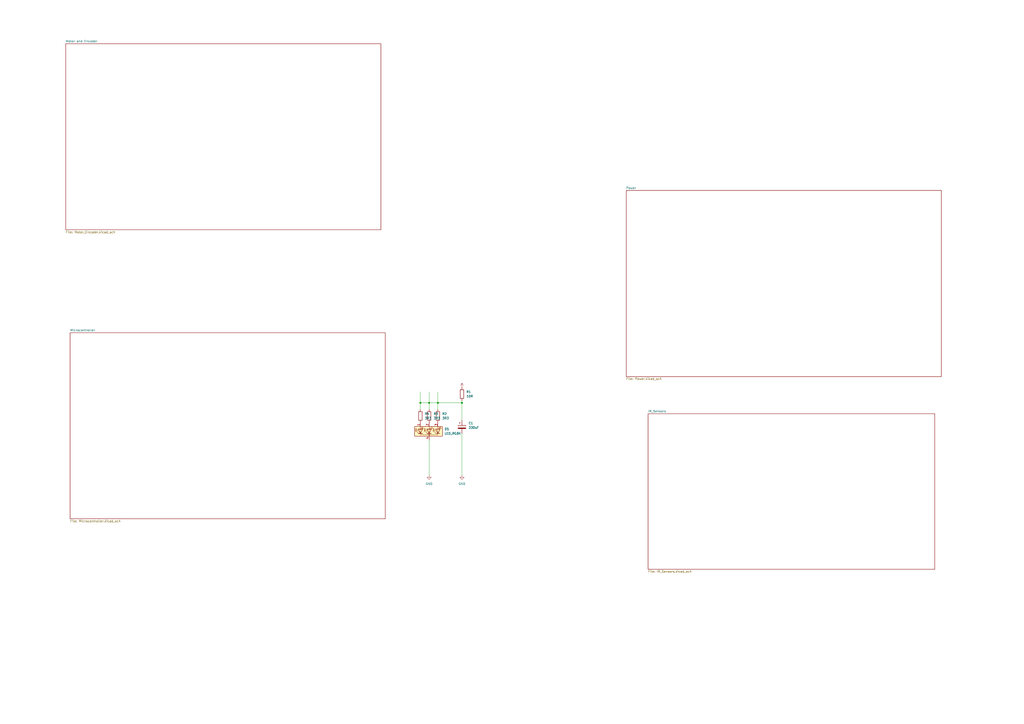
<source format=kicad_sch>
(kicad_sch (version 20250114) (generator "eeschema") (generator_version "9.0")
  (paper "A2")
  (lib_symbols
    (symbol "Device:C_Polarized" (pin_numbers (hide yes)) (pin_names (offset 0.254))
      (property "Reference" "C" (at 0.635 2.54 0))
      (property "Value" "C_Polarized" (at 0.635 -2.54 0))
      (symbol "C_Polarized_0_1"
        (rectangle (start -2.286 0.508) (end 2.286 1.016))
        (polyline (pts (xy -1.778 2.286) (xy -0.762 2.286)))
        (polyline (pts (xy -1.27 2.794) (xy -1.27 1.778)))
        (rectangle (start 2.286 -0.508) (end -2.286 -1.016) (fill (type outline)))
      )
      (symbol "C_Polarized_1_1"
        (pin passive line (at 0 3.81 270) (length 2.794) (name "~") (number "1"))
        (pin passive line (at 0 -3.81 90) (length 2.794) (name "~") (number "2"))
      )
    )
    (symbol "Device:LED_RGBK" (pin_names (offset 0) (hide yes))
      (property "Reference" "D" (at 0 9.398 0))
      (property "Value" "LED_RGBK" (at 0 -8.89 0))
      (symbol "LED_RGBK_0_0"
        (text "R" (at 1.905 3.81 0) (effects (font (size 1.27 1.27))))
        (text "G" (at 1.905 -1.27 0) (effects (font (size 1.27 1.27))))
        (text "B" (at 1.905 -6.35 0) (effects (font (size 1.27 1.27))))
      )
      (symbol "LED_RGBK_0_1"
        (circle (center -2.032 0) (radius 0.254) (fill (type outline)))
        (polyline (pts (xy -1.27 6.35) (xy -1.27 3.81)) (stroke (width 0.254)))
        (polyline (pts (xy -1.27 6.35) (xy -1.27 3.81) (xy -1.27 3.81)))
        (polyline (pts (xy -1.27 5.08) (xy 1.27 5.08)))
        (polyline (pts (xy -1.27 5.08) (xy -2.032 5.08) (xy -2.032 -5.08) (xy -1.016 -5.08)))
        (polyline (pts (xy -1.27 1.27) (xy -1.27 -1.27)) (stroke (width 0.254)))
        (polyline (pts (xy -1.27 1.27) (xy -1.27 -1.27) (xy -1.27 -1.27)))
        (polyline (pts (xy -1.27 0) (xy -2.54 0)))
        (polyline (pts (xy -1.27 -3.81) (xy -1.27 -6.35)) (stroke (width 0.254)))
        (polyline (pts (xy -1.27 -5.08) (xy 1.27 -5.08)))
        (polyline (pts (xy -1.016 6.35) (xy 0.508 7.874) (xy -0.254 7.874) (xy 0.508 7.874) (xy 0.508 7.112)))
        (polyline (pts (xy -1.016 1.27) (xy 0.508 2.794) (xy -0.254 2.794) (xy 0.508 2.794) (xy 0.508 2.032)))
        (polyline (pts (xy -1.016 -3.81) (xy 0.508 -2.286) (xy -0.254 -2.286) (xy 0.508 -2.286) (xy 0.508 -3.048)))
        (polyline (pts (xy 0 6.35) (xy 1.524 7.874) (xy 0.762 7.874) (xy 1.524 7.874) (xy 1.524 7.112)))
        (polyline (pts (xy 0 1.27) (xy 1.524 2.794) (xy 0.762 2.794) (xy 1.524 2.794) (xy 1.524 2.032)))
        (polyline (pts (xy 0 -3.81) (xy 1.524 -2.286) (xy 0.762 -2.286) (xy 1.524 -2.286) (xy 1.524 -3.048)))
        (polyline (pts (xy 1.27 6.35) (xy 1.27 3.81) (xy -1.27 5.08) (xy 1.27 6.35)) (stroke (width 0.254)))
        (rectangle (start 1.27 6.35) (end 1.27 6.35))
        (polyline (pts (xy 1.27 5.08) (xy 2.54 5.08)))
        (rectangle (start 1.27 3.81) (end 1.27 6.35))
        (polyline (pts (xy 1.27 1.27) (xy 1.27 -1.27) (xy -1.27 0) (xy 1.27 1.27)) (stroke (width 0.254)))
        (rectangle (start 1.27 1.27) (end 1.27 1.27))
        (polyline (pts (xy 1.27 0) (xy -1.27 0)))
        (polyline (pts (xy 1.27 0) (xy 2.54 0)))
        (rectangle (start 1.27 -1.27) (end 1.27 1.27))
        (polyline (pts (xy 1.27 -3.81) (xy 1.27 -6.35) (xy -1.27 -5.08) (xy 1.27 -3.81)) (stroke (width 0.254)))
        (polyline (pts (xy 1.27 -5.08) (xy 2.54 -5.08)))
        (rectangle (start 2.794 8.382) (end -2.794 -7.62) (stroke (width 0.254)) (fill (type background)))
      )
      (symbol "LED_RGBK_1_1"
        (pin passive line (at -5.08 0 0) (length 2.54) (name "K") (number "4"))
        (pin passive line (at 5.08 5.08 180) (length 2.54) (name "RA") (number "1"))
        (pin passive line (at 5.08 0 180) (length 2.54) (name "GA") (number "2"))
        (pin passive line (at 5.08 -5.08 180) (length 2.54) (name "BA") (number "3"))
      )
    )
    (symbol "Device:R" (pin_numbers (hide yes)) (pin_names (offset 0))
      (property "Reference" "R" (at 2.032 0 90))
      (property "Value" "R" (at 0 0 90))
      (symbol "R_0_1"
        (rectangle (start -1.016 -2.54) (end 1.016 2.54) (stroke (width 0.254)))
      )
      (symbol "R_1_1"
        (pin passive line (at 0 3.81 270) (length 1.27) (name "~") (number "1"))
        (pin passive line (at 0 -3.81 90) (length 1.27) (name "~") (number "2"))
      )
    )
    (symbol "power:+3V3" (power) (pin_numbers (hide yes)) (pin_names (offset 0) (hide yes))
      (property "Value" "+3V3" (at 0 3.556 0))
      (symbol "+3V3_0_1"
        (polyline (pts (xy -0.762 1.27) (xy 0 2.54)))
        (polyline (pts (xy 0 2.54) (xy 0.762 1.27)))
        (polyline (pts (xy 0 0) (xy 0 2.54)))
      )
      (symbol "+3V3_1_1"
        (pin power_in line (at 0 0 90) (length 0) (name "~") (number "1"))
      )
    )
    (symbol "power:GND" (power) (pin_numbers (hide yes)) (pin_names (offset 0) (hide yes))
      (property "Value" "GND" (at 0 -3.81 0))
      (symbol "GND_0_1"
        (polyline (pts (xy 0 0) (xy 0 -1.27) (xy 1.27 -1.27) (xy 0 -2.54) (xy -1.27 -1.27) (xy 0 -1.27)))
      )
      (symbol "GND_1_1"
        (pin power_in line (at 0 0 270) (length 0) (name "~") (number "1"))
      )
    )
  )
  (junction (at 243.84 233.68))
  (junction (at 248.92 233.68))
  (junction (at 267.97 233.68))
  (junction (at 254 233.68))
  (wire (pts (xy 248.92 227.33) (xy 248.92 233.68)))
  (wire (pts (xy 248.92 255.27) (xy 248.92 275.59)))
  (wire (pts (xy 267.97 243.84) (xy 267.97 233.68)))
  (wire (pts (xy 243.84 227.33) (xy 243.84 233.68)))
  (wire (pts (xy 248.92 233.68) (xy 254 233.68)))
  (wire (pts (xy 254 227.33) (xy 254 233.68)))
  (wire (pts (xy 243.84 233.68) (xy 248.92 233.68)))
  (wire (pts (xy 254 233.68) (xy 267.97 233.68)))
  (wire (pts (xy 243.84 237.49) (xy 243.84 233.68)))
  (wire (pts (xy 267.97 233.68) (xy 267.97 232.41)))
  (wire (pts (xy 254 237.49) (xy 254 233.68)))
  (wire (pts (xy 248.92 237.49) (xy 248.92 233.68)))
  (wire (pts (xy 267.97 275.59) (xy 267.97 251.46)))
  (symbol (lib_id "Device:R") (at 248.92 241.3 0) (unit 1)
    (property "Reference" "R3" (at 251.46 240.0299 0) (effects (justify left)))
    (property "Value" "3R3" (at 251.46 242.5699 0) (effects (justify left)))
    (property "Description" "Resistor" (effects (hide yes)))
  )
  (symbol (lib_id "power:GND") (at 248.92 275.59 0) (unit 1)
    (property "Reference" "#PWR03" (effects (hide yes)))
    (property "Value" "GND" (at 248.92 280.67 0))
    (property "Description" "Power symbol creates a global label with name \"GND\" , ground" (effects (hide yes)))
  )
  (symbol (lib_id "Device:R") (at 267.97 228.6 0) (unit 1)
    (property "Reference" "R1" (at 270.51 227.3299 0) (effects (justify left)))
    (property "Value" "10R" (at 270.51 229.8699 0) (effects (justify left)))
    (property "Description" "Resistor" (effects (hide yes)))
  )
  (symbol (lib_id "power:GND") (at 267.97 275.59 0) (unit 1)
    (property "Reference" "#PWR02" (effects (hide yes)))
    (property "Value" "GND" (at 267.97 280.67 0))
    (property "Description" "Power symbol creates a global label with name \"GND\" , ground" (effects (hide yes)))
  )
  (symbol (lib_id "Device:R") (at 243.84 241.3 0) (unit 1)
    (property "Reference" "R4" (at 246.38 240.0299 0) (effects (justify left)))
    (property "Value" "3R3" (at 246.38 242.5699 0) (effects (justify left)))
    (property "Description" "Resistor" (effects (hide yes)))
  )
  (symbol (lib_id "Device:C_Polarized") (at 267.97 247.65 0) (unit 1)
    (property "Reference" "C1" (at 271.78 245.4909 0) (effects (justify left)))
    (property "Value" "330uF" (at 271.78 248.0309 0) (effects (justify left)))
    (property "Description" "Polarized capacitor" (effects (hide yes)))
  )
  (symbol (lib_id "Device:LED_RGBK") (at 248.92 250.19 90) (unit 1)
    (property "Reference" "D5" (at 257.81 248.9199 90) (effects (justify right)))
    (property "Value" "LED_RGBK" (at 257.81 251.4599 90) (effects (justify right)))
    (property "Description" "RGB LED, red/green/blue/cathode" (effects (hide yes)))
  )
  (symbol (lib_id "Device:R") (at 254 241.3 0) (unit 1)
    (property "Reference" "R2" (at 256.54 240.0299 0) (effects (justify left)))
    (property "Value" "3R3" (at 256.54 242.5699 0) (effects (justify left)))
    (property "Description" "Resistor" (effects (hide yes)))
  )
  (symbol (lib_id "power:+3V3") (at 267.97 224.79 0) (unit 1)
    (property "Reference" "#PWR01" (effects (hide yes)))
    (property "Value" "+3V3" (effects (hide yes)))
    (property "Description" "Power symbol creates a global label with name \"+3V3\"" (effects (hide yes)))
  )
  (sheet (at 40.64 193.04) (size 182.88 107.95) (stroke (width 0.1524))
    (property "Sheetname" "Microcontroller" (at 40.64 192.3284 0) (effects (justify left bottom)))
    (property "Sheetfile" "Microcontroller.kicad_sch" (at 40.64 301.5746 0) (effects (justify left top)))
  )
  (sheet (at 38.1 25.4) (size 182.88 107.95) (stroke (width 0.1524))
    (property "Sheetname" "Motor and Encoder" (at 38.1 24.6884 0) (effects (justify left bottom)))
    (property "Sheetfile" "Motor_Encoder.kicad_sch" (at 38.1 133.9346 0) (effects (justify left top)))
  )
  (sheet (at 375.92 240.03) (size 166.37 90.17) (stroke (width 0.1524))
    (property "Sheetname" "IR_Sensors" (at 375.92 239.3184 0) (effects (justify left bottom)))
    (property "Sheetfile" "IR_Sensors.kicad_sch" (at 375.92 330.7846 0) (effects (justify left top)))
  )
  (sheet (at 363.22 110.49) (size 182.88 107.95) (stroke (width 0.1524))
    (property "Sheetname" "Power" (at 363.22 109.7784 0) (effects (justify left bottom)))
    (property "Sheetfile" "Power.kicad_sch" (at 363.22 219.0246 0) (effects (justify left top)))
  )
)
</source>
